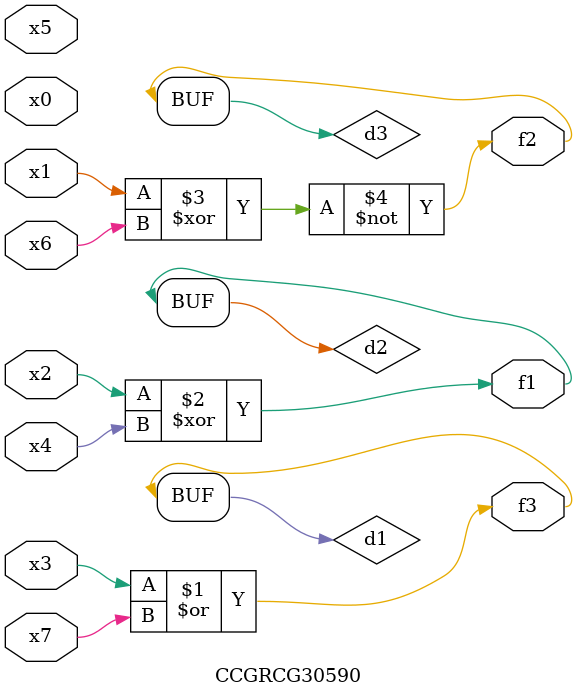
<source format=v>
module CCGRCG30590(
	input x0, x1, x2, x3, x4, x5, x6, x7,
	output f1, f2, f3
);

	wire d1, d2, d3;

	or (d1, x3, x7);
	xor (d2, x2, x4);
	xnor (d3, x1, x6);
	assign f1 = d2;
	assign f2 = d3;
	assign f3 = d1;
endmodule

</source>
